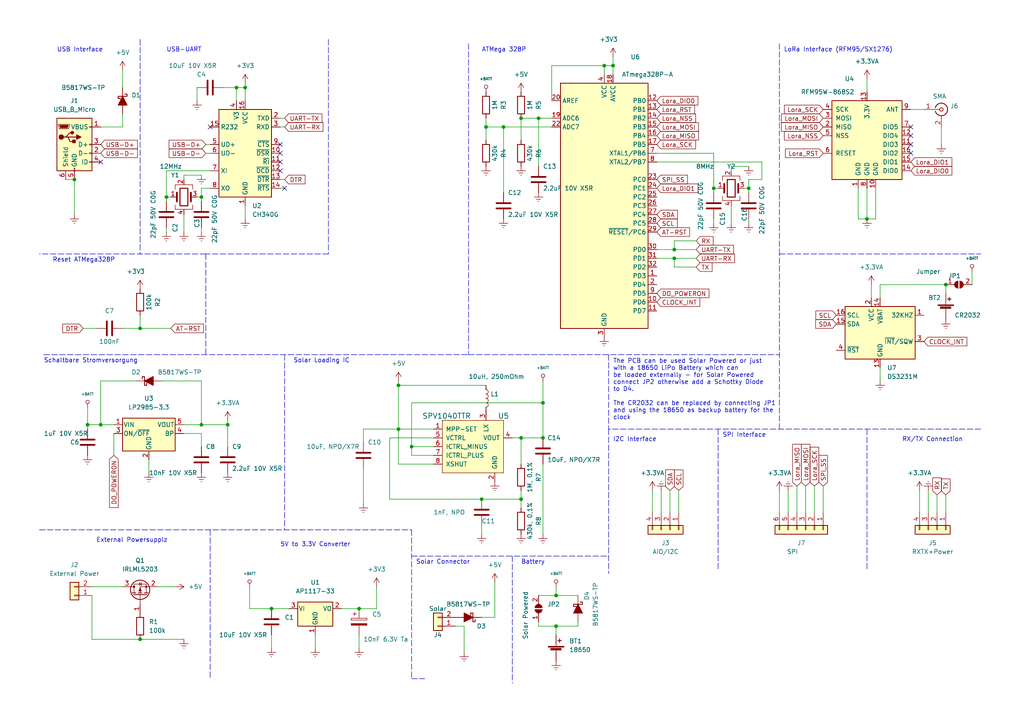
<source format=kicad_sch>
(kicad_sch (version 20211123) (generator eeschema)
  (paper "A4")
  (title_block (title "ATMega-Solar-Lora-Node") (date "2022-05-20") (rev "0") (company "-") (comment 1 "(c) Patrick Winnertz <patrick@winnertz.eu>"))
  (junction (at 119.38 129.54))
  (junction (at 151.13 127))
  (junction (at 48.26 57.15))
  (junction (at 251.46 63.5))
  (junction (at 29.21 123.19))
  (junction (at 151.13 144.78))
  (junction (at 156.21 34.29))
  (junction (at 71.12 25.4))
  (junction (at 157.48 116.84))
  (junction (at 195.58 72.39))
  (junction (at 21.59 52.07))
  (junction (at 217.17 54.61))
  (junction (at 115.57 111.76))
  (junction (at 274.32 82.55))
  (junction (at 58.42 123.19))
  (junction (at 78.74 176.53))
  (junction (at 195.58 74.93))
  (junction (at 104.14 176.53))
  (junction (at 115.57 124.46))
  (junction (at 25.4 123.19))
  (junction (at 161.29 172.72))
  (junction (at 66.04 123.19))
  (junction (at 161.29 181.61))
  (junction (at 140.97 36.83))
  (junction (at 157.48 127))
  (junction (at 68.58 25.4))
  (junction (at 151.13 34.29))
  (junction (at 175.26 19.05))
  (junction (at 58.42 57.15))
  (junction (at 40.64 185.42))
  (junction (at 139.7 144.78))
  (junction (at 146.05 36.83))
  (junction (at 207.01 54.61))
  (junction (at 40.64 95.25))
  (junction (at 177.8 19.05))
  (no_connect (at 82.55 54.61))
  (no_connect (at 29.21 46.99))
  (no_connect (at 60.96 36.83))
  (no_connect (at 81.28 49.53))
  (no_connect (at 81.28 41.91))
  (no_connect (at 81.28 46.99))
  (no_connect (at 81.28 44.45))
  (no_connect (at 264.16 36.83))
  (no_connect (at 264.16 39.37))
  (no_connect (at 264.16 41.91))
  (no_connect (at 264.16 44.45))
  (polyline (pts (xy 59.69 73.66) (xy 59.69 102.87)))
  (wire (pts (xy 177.8 19.05) (xy 177.8 21.59)))
  (wire (pts (xy 266.7 142.24) (xy 266.7 148.59)))
  (wire (pts (xy 119.38 116.84) (xy 157.48 116.84)))
  (wire (pts (xy 58.42 54.61) (xy 58.42 57.15)))
  (wire (pts (xy 82.55 34.29) (xy 81.28 34.29)))
  (polyline (pts (xy 226.06 73.66) (xy 284.48 73.66)))
  (wire (pts (xy 254 54.61) (xy 254 63.5)))
  (wire (pts (xy 125.73 134.62) (xy 115.57 134.62)))
  (wire (pts (xy 151.13 34.29) (xy 156.21 34.29)))
  (wire (pts (xy 151.13 144.78) (xy 151.13 147.32)))
  (wire (pts (xy 251.46 22.86) (xy 251.46 26.67)))
  (wire (pts (xy 58.42 66.04) (xy 58.42 67.31)))
  (wire (pts (xy 40.64 95.25) (xy 49.53 95.25)))
  (wire (pts (xy 251.46 54.61) (xy 251.46 63.5)))
  (wire (pts (xy 175.26 19.05) (xy 177.8 19.05)))
  (wire (pts (xy 115.57 134.62) (xy 115.57 124.46)))
  (wire (pts (xy 157.48 116.84) (xy 157.48 127)))
  (wire (pts (xy 226.06 142.24) (xy 226.06 148.59)))
  (polyline (pts (xy 119.38 153.67) (xy 119.38 196.85)))
  (wire (pts (xy 43.18 133.35) (xy 43.18 137.16)))
  (wire (pts (xy 167.64 172.72) (xy 161.29 172.72)))
  (polyline (pts (xy 95.25 73.66) (xy 59.69 73.66)))
  (wire (pts (xy 57.15 25.4) (xy 57.15 29.21)))
  (wire (pts (xy 161.29 170.18) (xy 161.29 172.72)))
  (wire (pts (xy 25.4 118.11) (xy 25.4 123.19)))
  (wire (pts (xy 139.7 179.07) (xy 143.51 179.07)))
  (wire (pts (xy 71.12 24.13) (xy 71.12 25.4)))
  (wire (pts (xy 248.92 54.61) (xy 248.92 63.5)))
  (wire (pts (xy 151.13 127) (xy 157.48 127)))
  (wire (pts (xy 212.09 59.69) (xy 212.09 64.77)))
  (wire (pts (xy 29.21 110.49) (xy 29.21 123.19)))
  (polyline (pts (xy 176.53 124.46) (xy 176.53 166.37)))
  (wire (pts (xy 99.06 176.53) (xy 104.14 176.53)))
  (wire (pts (xy 82.55 36.83) (xy 81.28 36.83)))
  (wire (pts (xy 212.09 49.53) (xy 212.09 48.26)))
  (wire (pts (xy 58.42 123.19) (xy 66.04 123.19)))
  (wire (pts (xy 220.98 52.07) (xy 220.98 46.99)))
  (wire (pts (xy 29.21 36.83) (xy 35.56 36.83)))
  (polyline (pts (xy 95.25 11.43) (xy 95.25 73.66)))
  (wire (pts (xy 212.09 48.26) (xy 217.17 48.26)))
  (wire (pts (xy 140.97 36.83) (xy 146.05 36.83)))
  (wire (pts (xy 60.96 54.61) (xy 58.42 54.61)))
  (wire (pts (xy 217.17 63.5) (xy 217.17 64.77)))
  (wire (pts (xy 207.01 54.61) (xy 207.01 55.88)))
  (wire (pts (xy 91.44 184.15) (xy 91.44 187.96)))
  (wire (pts (xy 71.12 59.69) (xy 71.12 63.5)))
  (wire (pts (xy 119.38 116.84) (xy 119.38 129.54)))
  (wire (pts (xy 201.93 69.85) (xy 195.58 69.85)))
  (wire (pts (xy 151.13 127) (xy 151.13 134.62)))
  (wire (pts (xy 195.58 74.93) (xy 190.5 74.93)))
  (wire (pts (xy 140.97 36.83) (xy 140.97 40.64)))
  (wire (pts (xy 157.48 154.94) (xy 157.48 134.62)))
  (polyline (pts (xy 60.96 153.67) (xy 60.96 196.85)))
  (wire (pts (xy 109.22 176.53) (xy 109.22 170.18)))
  (polyline (pts (xy 40.64 11.43) (xy 40.64 73.66)))
  (wire (pts (xy 125.73 129.54) (xy 119.38 129.54)))
  (wire (pts (xy 134.62 181.61) (xy 134.62 189.23)))
  (wire (pts (xy 151.13 34.29) (xy 151.13 40.64)))
  (wire (pts (xy 39.37 110.49) (xy 29.21 110.49)))
  (wire (pts (xy 71.12 25.4) (xy 68.58 25.4)))
  (wire (pts (xy 195.58 69.85) (xy 195.58 72.39)))
  (wire (pts (xy 48.26 57.15) (xy 48.26 58.42)))
  (wire (pts (xy 66.04 121.92) (xy 66.04 123.19)))
  (wire (pts (xy 264.16 31.75) (xy 267.97 31.75)))
  (wire (pts (xy 71.12 25.4) (xy 71.12 29.21)))
  (wire (pts (xy 40.64 95.25) (xy 40.64 91.44)))
  (wire (pts (xy 156.21 181.61) (xy 161.29 181.61)))
  (wire (pts (xy 35.56 20.32) (xy 35.56 25.4)))
  (wire (pts (xy 35.56 95.25) (xy 40.64 95.25)))
  (wire (pts (xy 72.39 170.18) (xy 72.39 176.53)))
  (wire (pts (xy 59.69 41.91) (xy 60.96 41.91)))
  (wire (pts (xy 33.02 125.73) (xy 33.02 132.08)))
  (wire (pts (xy 143.51 179.07) (xy 143.51 168.91)))
  (polyline (pts (xy 226.06 124.46) (xy 226.06 73.66)))
  (wire (pts (xy 208.28 54.61) (xy 207.01 54.61)))
  (wire (pts (xy 21.59 52.07) (xy 21.59 62.23)))
  (wire (pts (xy 58.42 123.19) (xy 58.42 110.49)))
  (polyline (pts (xy 135.89 102.87) (xy 226.06 102.87)))
  (wire (pts (xy 66.04 123.19) (xy 66.04 129.54)))
  (wire (pts (xy 156.21 34.29) (xy 160.02 34.29)))
  (wire (pts (xy 25.4 123.19) (xy 25.4 124.46)))
  (wire (pts (xy 148.59 127) (xy 151.13 127)))
  (wire (pts (xy 160.02 19.05) (xy 175.26 19.05)))
  (wire (pts (xy 78.74 176.53) (xy 83.82 176.53)))
  (wire (pts (xy 274.32 85.09) (xy 274.32 82.55)))
  (wire (pts (xy 248.92 63.5) (xy 251.46 63.5)))
  (wire (pts (xy 139.7 144.78) (xy 113.03 144.78)))
  (wire (pts (xy 196.85 142.24) (xy 196.85 148.59)))
  (wire (pts (xy 57.15 57.15) (xy 58.42 57.15)))
  (wire (pts (xy 255.27 82.55) (xy 255.27 86.36)))
  (wire (pts (xy 160.02 29.21) (xy 160.02 19.05)))
  (wire (pts (xy 191.77 142.24) (xy 191.77 148.59)))
  (wire (pts (xy 217.17 52.07) (xy 217.17 54.61)))
  (wire (pts (xy 35.56 36.83) (xy 35.56 33.02)))
  (wire (pts (xy 48.26 66.04) (xy 48.26 67.31)))
  (wire (pts (xy 68.58 25.4) (xy 68.58 29.21)))
  (wire (pts (xy 201.93 74.93) (xy 195.58 74.93)))
  (wire (pts (xy 24.13 95.25) (xy 27.94 95.25)))
  (wire (pts (xy 252.73 82.55) (xy 252.73 86.36)))
  (wire (pts (xy 26.67 185.42) (xy 40.64 185.42)))
  (wire (pts (xy 201.93 72.39) (xy 195.58 72.39)))
  (wire (pts (xy 157.48 110.49) (xy 157.48 116.84)))
  (wire (pts (xy 274.32 143.51) (xy 274.32 148.59)))
  (wire (pts (xy 104.14 184.15) (xy 104.14 187.96)))
  (wire (pts (xy 156.21 180.34) (xy 156.21 181.61)))
  (wire (pts (xy 115.57 124.46) (xy 125.73 124.46)))
  (wire (pts (xy 231.14 140.97) (xy 231.14 148.59)))
  (wire (pts (xy 269.24 142.24) (xy 269.24 148.59)))
  (wire (pts (xy 132.08 181.61) (xy 134.62 181.61)))
  (wire (pts (xy 207.01 44.45) (xy 207.01 54.61)))
  (wire (pts (xy 167.64 180.34) (xy 167.64 181.61)))
  (wire (pts (xy 215.9 54.61) (xy 217.17 54.61)))
  (wire (pts (xy 273.05 36.83) (xy 273.05 41.91)))
  (wire (pts (xy 151.13 142.24) (xy 151.13 144.78)))
  (polyline (pts (xy 208.28 124.46) (xy 208.28 165.1)))
  (wire (pts (xy 255.27 106.68) (xy 255.27 110.49)))
  (wire (pts (xy 53.34 52.07) (xy 53.34 50.8)))
  (wire (pts (xy 146.05 36.83) (xy 160.02 36.83)))
  (wire (pts (xy 26.67 172.72) (xy 26.67 185.42)))
  (polyline (pts (xy 148.59 161.29) (xy 148.59 198.12)))
  (wire (pts (xy 53.34 123.19) (xy 58.42 123.19)))
  (wire (pts (xy 115.57 111.76) (xy 140.97 111.76)))
  (wire (pts (xy 161.29 181.61) (xy 161.29 184.15)))
  (wire (pts (xy 64.77 25.4) (xy 68.58 25.4)))
  (wire (pts (xy 19.05 52.07) (xy 21.59 52.07)))
  (polyline (pts (xy 135.89 12.7) (xy 135.89 102.87)))
  (wire (pts (xy 195.58 77.47) (xy 195.58 74.93)))
  (wire (pts (xy 29.21 123.19) (xy 33.02 123.19)))
  (wire (pts (xy 49.53 57.15) (xy 48.26 57.15)))
  (polyline (pts (xy 284.48 124.46) (xy 176.53 124.46)))
  (wire (pts (xy 217.17 55.88) (xy 217.17 54.61)))
  (wire (pts (xy 228.6 142.24) (xy 228.6 148.59)))
  (polyline (pts (xy 12.7 102.87) (xy 135.89 102.87)))
  (wire (pts (xy 281.94 78.74) (xy 281.94 82.55)))
  (wire (pts (xy 78.74 184.15) (xy 78.74 187.96)))
  (wire (pts (xy 105.41 135.89) (xy 105.41 146.05)))
  (polyline (pts (xy 251.46 124.46) (xy 251.46 165.1)))
  (wire (pts (xy 53.34 50.8) (xy 58.42 50.8)))
  (wire (pts (xy 254 63.5) (xy 251.46 63.5)))
  (wire (pts (xy 189.23 142.24) (xy 189.23 148.59)))
  (wire (pts (xy 113.03 127) (xy 125.73 127)))
  (wire (pts (xy 207.01 63.5) (xy 207.01 64.77)))
  (wire (pts (xy 104.14 176.53) (xy 109.22 176.53)))
  (polyline (pts (xy 82.55 102.87) (xy 82.55 153.67)))
  (wire (pts (xy 119.38 129.54) (xy 119.38 132.08)))
  (polyline (pts (xy 119.38 196.85) (xy 123.19 196.85)))
  (wire (pts (xy 82.55 54.61) (xy 81.28 54.61)))
  (wire (pts (xy 115.57 111.76) (xy 115.57 124.46)))
  (wire (pts (xy 156.21 172.72) (xy 161.29 172.72)))
  (wire (pts (xy 220.98 46.99) (xy 190.5 46.99)))
  (wire (pts (xy 217.17 52.07) (xy 220.98 52.07)))
  (wire (pts (xy 53.34 125.73) (xy 58.42 125.73)))
  (wire (pts (xy 113.03 144.78) (xy 113.03 127)))
  (wire (pts (xy 207.01 44.45) (xy 190.5 44.45)))
  (wire (pts (xy 156.21 34.29) (xy 156.21 48.26)))
  (polyline (pts (xy 176.53 102.87) (xy 176.53 124.46)))
  (wire (pts (xy 60.96 49.53) (xy 48.26 49.53)))
  (wire (pts (xy 53.34 62.23) (xy 53.34 67.31)))
  (wire (pts (xy 72.39 176.53) (xy 78.74 176.53)))
  (wire (pts (xy 26.67 170.18) (xy 35.56 170.18)))
  (wire (pts (xy 40.64 185.42) (xy 53.34 185.42)))
  (wire (pts (xy 115.57 110.49) (xy 115.57 111.76)))
  (wire (pts (xy 139.7 154.94) (xy 139.7 152.4)))
  (wire (pts (xy 25.4 123.19) (xy 29.21 123.19)))
  (wire (pts (xy 105.41 124.46) (xy 105.41 128.27)))
  (wire (pts (xy 167.64 181.61) (xy 161.29 181.61)))
  (wire (pts (xy 175.26 21.59) (xy 175.26 19.05)))
  (wire (pts (xy 119.38 132.08) (xy 125.73 132.08)))
  (wire (pts (xy 151.13 144.78) (xy 139.7 144.78)))
  (wire (pts (xy 115.57 124.46) (xy 105.41 124.46)))
  (wire (pts (xy 58.42 58.42) (xy 58.42 57.15)))
  (wire (pts (xy 274.32 82.55) (xy 255.27 82.55)))
  (polyline (pts (xy 119.38 161.29) (xy 176.53 161.29)))
  (wire (pts (xy 140.97 34.29) (xy 140.97 36.83)))
  (wire (pts (xy 45.72 170.18) (xy 50.8 170.18)))
  (wire (pts (xy 201.93 77.47) (xy 195.58 77.47)))
  (polyline (pts (xy 59.69 73.66) (xy 11.43 73.66)))
  (polyline (pts (xy 226.06 12.7) (xy 226.06 73.66)))
  (wire (pts (xy 194.31 142.24) (xy 194.31 148.59)))
  (wire (pts (xy 233.68 140.97) (xy 233.68 148.59)))
  (polyline (pts (xy 11.43 153.67) (xy 119.38 153.67)))
  (wire (pts (xy 58.42 125.73) (xy 58.42 129.54)))
  (wire (pts (xy 271.78 143.51) (xy 271.78 148.59)))
  (wire (pts (xy 59.69 44.45) (xy 60.96 44.45)))
  (wire (pts (xy 58.42 110.49) (xy 46.99 110.49)))
  (wire (pts (xy 236.22 140.97) (xy 236.22 148.59)))
  (wire (pts (xy 195.58 72.39) (xy 190.5 72.39)))
  (wire (pts (xy 82.55 52.07) (xy 81.28 52.07)))
  (wire (pts (xy 238.76 140.97) (xy 238.76 148.59)))
  (wire (pts (xy 177.8 16.51) (xy 177.8 19.05)))
  (wire (pts (xy 146.05 36.83) (xy 146.05 55.88)))
  (wire (pts (xy 48.26 49.53) (xy 48.26 57.15)))
  (image (at 408.94 64.77) (scale 1.36222))
  (text "USB-UART" (at 48.26 15.24 0) (effects (font (size 1.27 1.27)) (justify left bottom)))
  (text "The PCB can be used Solar Powered or just\nwith a 18650 LiPo Battery which can \nbe loaded externally - for Solar Powered \nconnect JP2 otherwise add a Schottky Diode\nto D4. \n\nThe CR2032 can be replaced by connecting JP1\nand using the 18650 as backup battery for the\nclock" (at 177.8 121.92 0) (effects (font (size 1.27 1.27)) (justify left bottom)))
  (text "Battery" (at 151.13 163.83 0) (effects (font (size 1.27 1.27)) (justify left bottom)))
  (text "5V to 3.3V Converter" (at 81.28 158.75 0) (effects (font (size 1.27 1.27)) (justify left bottom)))
  (text "ATMega 328P" (at 139.7 15.24 0) (effects (font (size 1.27 1.27)) (justify left bottom)))
  (text "Reset ATMega328P" (at 15.24 76.2 0) (effects (font (size 1.27 1.27)) (justify left bottom)))
  (text "RX/TX Connection" (at 261.62 128.27 0) (effects (font (size 1.27 1.27)) (justify left bottom)))
  (text "Solar Loading IC\n" (at 85.09 105.41 0) (effects (font (size 1.27 1.27)) (justify left bottom)))
  (text "USB Interface" (at 16.51 15.24 0) (effects (font (size 1.27 1.27)) (justify left bottom)))
  (text "I2C Interface" (at 177.8 128.27 0) (effects (font (size 1.27 1.27)) (justify left bottom)))
  (text "Schaltbare Stromversorgung" (at 12.7 105.41 0) (effects (font (size 1.27 1.27)) (justify left bottom)))
  (text "LoRa Interface (RFM95/SX1276)" (at 227.33 15.24 0) (effects (font (size 1.27 1.27)) (justify left bottom)))
  (text "External Powersupplz" (at 27.94 157.48 0) (effects (font (size 1.27 1.27)) (justify left bottom)))
  (text "SPI Interface" (at 209.55 127 0) (effects (font (size 1.27 1.27)) (justify left bottom)))
  (text "Solar Connector" (at 120.65 163.83 0) (effects (font (size 1.27 1.27)) (justify left bottom)))
  (global_label "SPI_SS" (shape input) (at 238.76 140.97 90) (property "Intersheet References" "${INTERSHEET_REFS}" (effects hide)))
  (global_label "Lora_DIO0" (shape input) (at 190.5 29.21 0) (property "Intersheet References" "${INTERSHEET_REFS}" (effects hide)))
  (global_label "Lora_MISO" (shape input) (at 238.76 36.83 180) (property "Intersheet References" "${INTERSHEET_REFS}" (effects hide)))
  (global_label "Lora_DIO1" (shape input) (at 264.16 46.99 0) (property "Intersheet References" "${INTERSHEET_REFS}" (effects hide)))
  (global_label "CLOCK_INT" (shape input) (at 190.5 87.63 0) (property "Intersheet References" "${INTERSHEET_REFS}" (effects hide)))
  (global_label "USB-D+" (shape input) (at 59.69 41.91 180) (property "Intersheet References" "${INTERSHEET_REFS}" (effects hide)))
  (global_label "UART-TX" (shape input) (at 201.93 72.39 0) (property "Intersheet References" "${INTERSHEET_REFS}" (effects hide)))
  (global_label "Lora_SCK" (shape input) (at 190.5 41.91 0) (property "Intersheet References" "${INTERSHEET_REFS}" (effects hide)))
  (global_label "USB-D-" (shape input) (at 59.69 44.45 180) (property "Intersheet References" "${INTERSHEET_REFS}" (effects hide)))
  (global_label "UART-TX" (shape input) (at 82.55 34.29 0) (property "Intersheet References" "${INTERSHEET_REFS}" (effects hide)))
  (global_label "Lora_SCK" (shape input) (at 236.22 140.97 90) (property "Intersheet References" "${INTERSHEET_REFS}" (effects hide)))
  (global_label "DTR" (shape input) (at 82.55 52.07 0) (property "Intersheet References" "${INTERSHEET_REFS}" (effects hide)))
  (global_label "DO_POWERON" (shape input) (at 190.5 85.09 0) (property "Intersheet References" "${INTERSHEET_REFS}" (effects hide)))
  (global_label "UART-RX" (shape input) (at 201.93 74.93 0) (property "Intersheet References" "${INTERSHEET_REFS}" (effects hide)))
  (global_label "DO_POWERON" (shape input) (at 33.02 132.08 270) (property "Intersheet References" "${INTERSHEET_REFS}" (effects hide)))
  (global_label "Lora_RST" (shape input) (at 238.76 44.45 180) (property "Intersheet References" "${INTERSHEET_REFS}" (effects hide)))
  (global_label "TX" (shape input) (at 274.32 143.51 90) (property "Intersheet References" "${INTERSHEET_REFS}" (effects hide)))
  (global_label "SCL" (shape input) (at 196.85 142.24 90) (property "Intersheet References" "${INTERSHEET_REFS}" (effects hide)))
  (global_label "AT-RST" (shape input) (at 190.5 67.31 0) (property "Intersheet References" "${INTERSHEET_REFS}" (effects hide)))
  (global_label "SDA" (shape input) (at 190.5 62.23 0) (property "Intersheet References" "${INTERSHEET_REFS}" (effects hide)))
  (global_label "Lora_SCK" (shape input) (at 238.76 31.75 180) (property "Intersheet References" "${INTERSHEET_REFS}" (effects hide)))
  (global_label "Lora_DIO0" (shape input) (at 264.16 49.53 0) (property "Intersheet References" "${INTERSHEET_REFS}" (effects hide)))
  (global_label "Lora_NSS" (shape input) (at 238.76 39.37 180) (property "Intersheet References" "${INTERSHEET_REFS}" (effects hide)))
  (global_label "DTR" (shape input) (at 24.13 95.25 180) (property "Intersheet References" "${INTERSHEET_REFS}" (effects hide)))
  (global_label "Lora_MOSI" (shape input) (at 233.68 140.97 90) (property "Intersheet References" "${INTERSHEET_REFS}" (effects hide)))
  (global_label "Lora_RST" (shape input) (at 190.5 31.75 0) (property "Intersheet References" "${INTERSHEET_REFS}" (effects hide)))
  (global_label "RX" (shape input) (at 271.78 143.51 90) (property "Intersheet References" "${INTERSHEET_REFS}" (effects hide)))
  (global_label "UART-RX" (shape input) (at 82.55 36.83 0) (property "Intersheet References" "${INTERSHEET_REFS}" (effects hide)))
  (global_label "SCL" (shape input) (at 242.57 91.44 180) (property "Intersheet References" "${INTERSHEET_REFS}" (effects hide)))
  (global_label "Lora_MOSI" (shape input) (at 238.76 34.29 180) (property "Intersheet References" "${INTERSHEET_REFS}" (effects hide)))
  (global_label "CLOCK_INT" (shape input) (at 267.97 99.06 0) (property "Intersheet References" "${INTERSHEET_REFS}" (effects hide)))
  (global_label "Lora_MOSI" (shape input) (at 190.5 36.83 0) (property "Intersheet References" "${INTERSHEET_REFS}" (effects hide)))
  (global_label "SCL" (shape input) (at 190.5 64.77 0) (property "Intersheet References" "${INTERSHEET_REFS}" (effects hide)))
  (global_label "SPI_SS" (shape input) (at 190.5 52.07 0) (property "Intersheet References" "${INTERSHEET_REFS}" (effects hide)))
  (global_label "TX" (shape input) (at 201.93 77.47 0) (property "Intersheet References" "${INTERSHEET_REFS}" (effects hide)))
  (global_label "Lora_MISO" (shape input) (at 190.5 39.37 0) (property "Intersheet References" "${INTERSHEET_REFS}" (effects hide)))
  (global_label "USB-D-" (shape input) (at 29.21 44.45 0) (property "Intersheet References" "${INTERSHEET_REFS}" (effects hide)))
  (global_label "Lora_DIO1" (shape input) (at 190.5 54.61 0) (property "Intersheet References" "${INTERSHEET_REFS}" (effects hide)))
  (global_label "RX" (shape input) (at 201.93 69.85 0) (property "Intersheet References" "${INTERSHEET_REFS}" (effects hide)))
  (global_label "Lora_NSS" (shape input) (at 190.5 34.29 0) (property "Intersheet References" "${INTERSHEET_REFS}" (effects hide)))
  (global_label "Lora_MISO" (shape input) (at 231.14 140.97 90) (property "Intersheet References" "${INTERSHEET_REFS}" (effects hide)))
  (global_label "AT-RST" (shape input) (at 49.53 95.25 0) (property "Intersheet References" "${INTERSHEET_REFS}" (effects hide)))
  (global_label "SDA" (shape input) (at 194.31 142.24 90) (property "Intersheet References" "${INTERSHEET_REFS}" (effects hide)))
  (global_label "SDA" (shape input) (at 242.57 93.98 180) (property "Intersheet References" "${INTERSHEET_REFS}" (effects hide)))
  (global_label "USB-D+" (shape input) (at 29.21 41.91 0) (property "Intersheet References" "${INTERSHEET_REFS}" (effects hide)))
  (symbol (lib_id "RF_Module:RFM95W-868S2") (at 251.46 39.37 0) (unit 1)
    (property "Reference" "U4" (at 246.38 22.86 0))
    (property "Value" "RFM95W-868S2" (at 240.03 26.67 0))
    (property "Footprint" "RF_Module:HOPERF_RFM9XW_SMD" (effects hide))
    (property "Datasheet" "https://www.hoperf.com/data/upload/portal/20181127/5bfcbea20e9ef.pdf" (effects hide))
    (property "LCSC-Part" "C2844473" (effects hide))
  )
  (symbol (lib_id "power:Earth") (at 251.46 63.5 0) (unit 1)
    (property "Reference" "#PWR023" (effects hide))
    (property "Value" "Earth" (effects hide))
  )
  (symbol (lib_id "power:Earth") (at 273.05 41.91 0) (unit 1)
    (property "Reference" "#PWR026" (effects hide))
    (property "Value" "Earth" (effects hide))
  )
  (symbol (lib_id "power:Earth") (at 212.09 64.77 0) (unit 1)
    (property "Reference" "#PWR0113" (effects hide))
    (property "Value" "Earth" (effects hide))
  )
  (symbol (lib_id "tech-thing:+BATT") (at 161.29 170.18 0) (unit 1)
    (property "Reference" "#PWR0120" (effects hide))
    (property "Value" "+BATT" (at 161.29 166.37 0) (effects (font (size 0.762 0.762))))
  )
  (symbol (lib_id "power:+3.3V") (at 109.22 170.18 0) (unit 1)
    (property "Reference" "#PWR014" (effects hide))
    (property "Value" "+3.3V" (at 109.22 165.1 0))
  )
  (symbol (lib_id "power:Earth") (at 71.12 63.5 0) (unit 1)
    (property "Reference" "#PWR013" (effects hide))
    (property "Value" "Earth" (effects hide))
  )
  (symbol (lib_id "tech-thing:+BATT") (at 157.48 110.49 0) (unit 1)
    (property "Reference" "#PWR0115" (effects hide))
    (property "Value" "+BATT" (at 157.48 106.68 0) (effects (font (size 0.762 0.762))))
  )
  (symbol (lib_id "power:Earth") (at 151.13 154.94 0) (unit 1)
    (property "Reference" "#PWR0116" (effects hide))
    (property "Value" "Earth" (effects hide))
  )
  (symbol (lib_id "Device:Battery_Cell") (at 274.32 90.17 0) (unit 1)
    (property "Reference" "BT2" (at 269.24 86.36 0) (effects (justify left)))
    (property "Value" "CR2032" (at 276.86 91.44 0) (effects (justify left)))
    (property "Footprint" "Battery:Battery_Panasonic_CR2032-VS1N_Vertical_CircularHoles" (effects hide))
  )
  (symbol (lib_id "Device:C") (at 157.48 130.81 0) (unit 1)
    (property "Reference" "C14" (at 158.75 127 0) (effects (justify left)))
    (property "Value" "10uF, NPO/X7R" (at 158.75 133.35 0) (effects (justify left)))
    (property "Footprint" "Capacitor_SMD:C_0603_1608Metric_Pad1.08x0.95mm_HandSolder" (effects hide))
    (property "Datasheet" "https://datasheet.lcsc.com/lcsc/1810191219_Samsung-Electro-Mechanics-CL10A106KP8NNNC_C19702.pdf" (effects hide))
    (property "LCSC-Part" "C19702" (effects hide))
  )
  (symbol (lib_id "power:Earth") (at 157.48 154.94 0) (unit 1)
    (property "Reference" "#PWR0117" (effects hide))
    (property "Value" "Earth" (effects hide))
  )
  (symbol (lib_id "power:Earth") (at 143.51 139.7 0) (unit 1)
    (property "Reference" "#PWR0118" (effects hide))
    (property "Value" "Earth" (effects hide))
  )
  (symbol (lib_id "Device:C") (at 139.7 148.59 0) (unit 1)
    (property "Reference" "C11" (at 139.7 151.13 0) (effects (justify left)))
    (property "Value" "1nF, NPO" (at 125.73 148.59 0) (effects (justify left)))
    (property "Footprint" "Capacitor_SMD:C_0603_1608Metric_Pad1.08x0.95mm_HandSolder" (effects hide))
    (property "Datasheet" "https://datasheet.lcsc.com/lcsc/1810191219_Samsung-Electro-Mechanics-CL10A106KP8NNNC_C19702.pdf" (effects hide))
    (property "LCSC-Part" "C19702" (effects hide))
  )
  (symbol (lib_id "Device:C") (at 25.4 128.27 0) (unit 1)
    (property "Reference" "C6" (at 20.32 128.27 0) (effects (justify left)))
    (property "Value" "1uF 10V X5R" (at 12.7 125.73 0) (effects (justify left)))
    (property "Footprint" "Capacitor_SMD:C_0603_1608Metric_Pad1.08x0.95mm_HandSolder" (effects hide))
    (property "Datasheet" "https://datasheet.lcsc.com/lcsc/1810191219_Samsung-Electro-Mechanics-CL10A106KP8NNNC_C19702.pdf" (effects hide))
    (property "LCSC-Part" "C19702" (effects hide))
  )
  (symbol (lib_id "power:Earth") (at 104.14 187.96 0) (unit 1)
    (property "Reference" "#PWR011" (effects hide))
    (property "Value" "Earth" (effects hide))
  )
  (symbol (lib_id "power:Earth") (at 48.26 67.31 0) (unit 1)
    (property "Reference" "#PWR07" (effects hide))
    (property "Value" "Earth" (effects hide))
  )
  (symbol (lib_id "power:Earth") (at 175.26 97.79 0) (unit 1)
    (property "Reference" "#PWR017" (effects hide))
    (property "Value" "Earth" (effects hide))
  )
  (symbol (lib_id "Device:R") (at 151.13 44.45 0) (unit 1)
    (property "Reference" "R6" (at 156.21 44.45 90))
    (property "Value" "430k" (at 153.67 44.45 90))
    (property "Footprint" "Resistor_SMD:R_1206_3216Metric_Pad1.30x1.75mm_HandSolder" (effects hide))
    (property "LCSC-Part" "C17902" (effects hide))
  )
  (symbol (lib_id "Regulator_Linear:AP1117-33") (at 91.44 176.53 0) (unit 1)
    (property "Reference" "U1" (at 91.44 168.91 0))
    (property "Value" "AP1117-33" (at 91.44 171.45 0))
    (property "Footprint" "Package_TO_SOT_SMD:SOT-223-3_TabPin2" (effects hide))
    (property "Datasheet" "http://www.diodes.com/datasheets/AP1117.pdf" (effects hide))
    (property "LCSC-Part" "C108785 " (effects hide))
  )
  (symbol (lib_id "tech-thing:+BATT") (at 281.94 78.74 0) (unit 1)
    (property "Reference" "#PWR0103" (effects hide))
    (property "Value" "+BATT" (at 281.94 74.93 0) (effects (font (size 0.762 0.762))))
  )
  (symbol (lib_id "power:+3.3VA") (at 66.04 121.92 0) (unit 1)
    (property "Reference" "#PWR0140" (effects hide))
    (property "Value" "+3.3VA" (at 66.04 116.84 0))
  )
  (symbol (lib_id "Jumper:SolderJumper_2_Open") (at 278.13 82.55 0) (unit 1)
    (property "Reference" "JP1" (at 276.86 80.01 0))
    (property "Value" "Jumper" (at 269.24 78.74 0))
    (property "Footprint" "Jumper:SolderJumper-2_P1.3mm_Open_RoundedPad1.0x1.5mm" (effects hide))
  )
  (symbol (lib_id "power:Earth") (at 191.77 142.24 180) (unit 1)
    (property "Reference" "#PWR019" (effects hide))
    (property "Value" "Earth" (effects hide))
  )
  (symbol (lib_id "power:Earth") (at 134.62 189.23 0) (unit 1)
    (property "Reference" "#PWR0130" (effects hide))
    (property "Value" "Earth" (effects hide))
  )
  (symbol (lib_id "Device:C") (at 105.41 132.08 0) (unit 1)
    (property "Reference" "C10" (at 106.68 128.27 0) (effects (justify left)))
    (property "Value" "10uF, NPO/X7R" (at 88.9 129.54 0) (effects (justify left)))
    (property "Footprint" "Capacitor_SMD:C_0603_1608Metric_Pad1.08x0.95mm_HandSolder" (effects hide))
    (property "Datasheet" "https://datasheet.lcsc.com/lcsc/1810191219_Samsung-Electro-Mechanics-CL10A106KP8NNNC_C19702.pdf" (effects hide))
    (property "LCSC-Part" "C19702" (effects hide))
  )
  (symbol (lib_id "power:Earth") (at 156.21 55.88 0) (unit 1)
    (property "Reference" "#PWR0124" (effects hide))
    (property "Value" "Earth" (effects hide))
  )
  (symbol (lib_id "power:Earth") (at 161.29 191.77 0) (unit 1)
    (property "Reference" "#PWR0119" (effects hide))
    (property "Value" "Earth" (effects hide))
  )
  (symbol (lib_id "Jumper:SolderJumper_2_Open") (at 156.21 176.53 90) (unit 1)
    (property "Reference" "JP2" (at 158.75 175.2599 90) (effects (justify right)))
    (property "Value" "Solar Powered" (at 152.4 171.45 0) (effects (justify right)))
    (property "Footprint" "Jumper:SolderJumper-2_P1.3mm_Open_Pad1.0x1.5mm" (effects hide))
  )
  (symbol (lib_id "power:+3.3VA") (at 189.23 142.24 0) (unit 1)
    (property "Reference" "#PWR0122" (effects hide))
    (property "Value" "+3.3VA" (at 189.23 137.16 0))
  )
  (symbol (lib_id "power:+3.3VA") (at 252.73 82.55 0) (unit 1)
    (property "Reference" "#PWR0104" (effects hide))
    (property "Value" "+3.3VA" (at 252.73 77.47 0))
  )
  (symbol (lib_id "power:Earth") (at 58.42 137.16 0) (unit 1)
    (property "Reference" "#PWR0135" (effects hide))
    (property "Value" "Earth" (effects hide))
  )
  (symbol (lib_id "tech-thing:+BATT") (at 72.39 170.18 0) (unit 1)
    (property "Reference" "#PWR0128" (effects hide))
    (property "Value" "+BATT" (at 72.39 166.37 0) (effects (font (size 0.762 0.762))))
  )
  (symbol (lib_id "Device:C") (at 48.26 62.23 0) (unit 1)
    (property "Reference" "C2" (at 50.8 66.04 90))
    (property "Value" "22pF 50V C0G" (at 44.45 62.23 90))
    (property "Footprint" "Capacitor_SMD:C_0603_1608Metric_Pad1.08x0.95mm_HandSolder" (effects hide))
    (property "Datasheet" "https://datasheet.lcsc.com/lcsc/1810121815_Samsung-Electro-Mechanics-CL10C220JB8NNNC_C1653.pdf" (effects hide))
    (property "LCSC-Part" "C1653" (effects hide))
  )
  (symbol (lib_id "Regulator_Linear:LP2985-3.3") (at 43.18 125.73 0) (unit 1)
    (property "Reference" "U3" (at 43.18 115.57 0))
    (property "Value" "LP2985-3.3" (at 43.18 118.11 0))
    (property "Footprint" "Package_TO_SOT_SMD:SOT-23-5" (effects hide))
    (property "Datasheet" "http://www.ti.com/lit/ds/symlink/lp2985.pdf" (effects hide))
  )
  (symbol (lib_id "power:Earth") (at 25.4 132.08 0) (unit 1)
    (property "Reference" "#PWR0134" (effects hide))
    (property "Value" "Earth" (effects hide))
  )
  (symbol (lib_id "power:Earth") (at 58.42 67.31 0) (unit 1)
    (property "Reference" "#PWR010" (effects hide))
    (property "Value" "Earth" (effects hide))
  )
  (symbol (lib_id "Connector:USB_B_Micro") (at 21.59 41.91 0) (unit 1)
    (property "Reference" "J1" (at 21.59 29.21 0))
    (property "Value" "USB_B_Micro" (at 21.59 31.75 0))
    (property "Footprint" "Connector_USB:USB_Micro-B_Molex-105017-0001" (effects hide))
  )
  (symbol (lib_id "power:+3.3V") (at 177.8 16.51 0) (unit 1)
    (property "Reference" "#PWR016" (effects hide))
    (property "Value" "+3.3V" (at 176.53 11.43 0))
  )
  (symbol (lib_id "power:Earth") (at 255.27 110.49 0) (unit 1)
    (property "Reference" "#PWR0108" (effects hide))
    (property "Value" "Earth" (effects hide))
  )
  (symbol (lib_id "power:Earth") (at 217.17 64.77 0) (unit 1)
    (property "Reference" "#PWR0105" (effects hide))
    (property "Value" "Earth" (effects hide))
  )
  (symbol (lib_id "power:Earth") (at 228.6 142.24 180) (unit 1)
    (property "Reference" "#PWR0111" (effects hide))
    (property "Value" "Earth" (effects hide))
  )
  (symbol (lib_id "power:+5V") (at 143.51 168.91 0) (unit 1)
    (property "Reference" "#PWR0121" (effects hide))
    (property "Value" "+5V" (at 143.51 163.83 0))
  )
  (symbol (lib_id "Connector_Generic:Conn_01x06") (at 233.68 153.67 270) (unit 1)
    (property "Reference" "J7" (at 232.41 157.48 90))
    (property "Value" "SPI" (at 229.87 160.02 90))
    (property "Footprint" "Connector_JST:JST_XH_B6B-XH-A_1x06_P2.50mm_Vertical" (effects hide))
  )
  (symbol (lib_id "power:+5V") (at 115.57 110.49 0) (unit 1)
    (property "Reference" "#PWR0139" (effects hide))
    (property "Value" "+5V" (at 115.57 105.41 0))
  )
  (symbol (lib_id "tech-thing:+BATT") (at 25.4 118.11 0) (unit 1)
    (property "Reference" "#PWR0136" (effects hide))
    (property "Value" "+BATT" (at 25.4 114.3 0) (effects (font (size 0.762 0.762))))
  )
  (symbol (lib_id "power:+5V") (at 50.8 170.18 270) (unit 1)
    (property "Reference" "#PWR03" (effects hide))
    (property "Value" "+5V" (at 54.61 170.1799 90) (effects (justify left)))
  )
  (symbol (lib_id "Connector:Conn_Coaxial") (at 273.05 31.75 0) (unit 1)
    (property "Reference" "J6" (at 275.59 30.7731 0) (effects (justify left)))
    (property "Value" "SMA" (at 270.51 27.94 0) (effects (justify left)))
    (property "Footprint" "Connector_Coaxial:SMA_Amphenol_901-144_Vertical" (effects hide))
    (property "Datasheet" " ~" (effects hide))
  )
  (symbol (lib_id "Device:D_Schottky_Filled") (at 135.89 179.07 180) (unit 1)
    (property "Reference" "D3" (at 140.97 181.61 0) (effects (justify left)))
    (property "Value" "B5817WS-TP" (at 142.24 175.26 0) (effects (justify left)))
    (property "Footprint" "Diode_SMD:D_SOD-323_HandSoldering" (effects hide))
    (property "Datasheet" "https://www.mccsemi.com/pdf/Products/B5817WS-B5819WS(SOD-323).PDF" (effects hide))
    (property "LCSC-Part" "C123899" (effects hide))
  )
  (symbol (lib_id "Device:R") (at 40.64 181.61 180) (unit 1)
    (property "Reference" "R1" (at 43.18 180.3399 0) (effects (justify right)))
    (property "Value" "100k" (at 43.18 182.8799 0) (effects (justify right)))
    (property "Footprint" "Resistor_SMD:R_1206_3216Metric_Pad1.30x1.75mm_HandSolder" (effects hide))
    (property "LCSC-Part" "C2907421" (effects hide))
  )
  (symbol (lib_id "Connector_Generic:Conn_01x02") (at 127 181.61 180) (unit 1)
    (property "Reference" "J4" (at 127 184.15 0))
    (property "Value" "Solar" (at 127 176.53 0))
    (property "Footprint" "Connector_JST:JST_XH_B2B-XH-A_1x02_P2.50mm_Vertical" (effects hide))
  )
  (symbol (lib_id "Device:R") (at 151.13 138.43 0) (unit 1)
    (property "Reference" "R7" (at 156.21 138.43 90))
    (property "Value" "1M, 0.1%" (at 153.67 138.43 90))
    (property "Footprint" "Resistor_SMD:R_1206_3216Metric_Pad1.30x1.75mm_HandSolder" (effects hide))
    (property "LCSC-Part" "C17902" (effects hide))
  )
  (symbol (lib_id "Connector_Generic:Conn_01x04") (at 194.31 153.67 270) (unit 1)
    (property "Reference" "J3" (at 193.04 157.48 90))
    (property "Value" "AIO/I2C" (at 193.04 160.02 90))
    (property "Footprint" "Connector_JST:JST_XH_B4B-XH-A_1x04_P2.50mm_Vertical" (effects hide))
  )
  (symbol (lib_id "power:Earth") (at 78.74 187.96 0) (unit 1)
    (property "Reference" "#PWR06" (effects hide))
    (property "Value" "Earth" (effects hide))
  )
  (symbol (lib_id "power:Earth") (at 139.7 154.94 0) (unit 1)
    (property "Reference" "#PWR0137" (effects hide))
    (property "Value" "Earth" (effects hide))
  )
  (symbol (lib_id "power:Earth") (at 217.17 48.26 0) (unit 1)
    (property "Reference" "#PWR0106" (effects hide))
    (property "Value" "Earth" (effects hide))
  )
  (symbol (lib_id "Device:C") (at 78.74 180.34 0) (unit 1)
    (property "Reference" "C1" (at 82.55 179.0699 0) (effects (justify left)))
    (property "Value" "10uF 10V X5R" (at 63.5 184.15 0) (effects (justify left)))
    (property "Footprint" "Capacitor_SMD:C_0603_1608Metric_Pad1.08x0.95mm_HandSolder" (effects hide))
    (property "Datasheet" "https://datasheet.lcsc.com/lcsc/1810191219_Samsung-Electro-Mechanics-CL10A106KP8NNNC_C19702.pdf" (effects hide))
    (property "LCSC-Part" "C19702" (effects hide))
  )
  (symbol (lib_id "Device:R") (at 40.64 87.63 0) (unit 1)
    (property "Reference" "R2" (at 45.72 87.63 90))
    (property "Value" "100k" (at 43.18 87.63 90))
    (property "Footprint" "Resistor_SMD:R_1206_3216Metric_Pad1.30x1.75mm_HandSolder" (effects hide))
    (property "LCSC-Part" "C17902" (effects hide))
  )
  (symbol (lib_id "power:+5V") (at 151.13 26.67 0) (unit 1)
    (property "Reference" "#PWR0126" (effects hide))
    (property "Value" "+5V" (at 151.13 21.59 0))
  )
  (symbol (lib_id "power:Earth") (at 58.42 50.8 0) (unit 1)
    (property "Reference" "#PWR0102" (effects hide))
    (property "Value" "Earth" (effects hide))
  )
  (symbol (lib_id "power:Earth") (at 151.13 48.26 0) (unit 1)
    (property "Reference" "#PWR0125" (effects hide))
    (property "Value" "Earth" (effects hide))
  )
  (symbol (lib_id "Device:C") (at 58.42 62.23 0) (unit 1)
    (property "Reference" "C3" (at 57.15 64.77 90))
    (property "Value" "22pF 50V C0G" (at 62.23 63.5 90))
    (property "Footprint" "Capacitor_SMD:C_0603_1608Metric_Pad1.08x0.95mm_HandSolder" (effects hide))
    (property "Datasheet" "https://datasheet.lcsc.com/lcsc/1810121815_Samsung-Electro-Mechanics-CL10C220JB8NNNC_C1653.pdf" (effects hide))
    (property "LCSC-Part" "C1653" (effects hide))
  )
  (symbol (lib_id "Device:R") (at 151.13 151.13 0) (unit 1)
    (property "Reference" "R8" (at 156.21 151.13 90))
    (property "Value" "430k, 0,1%" (at 153.67 151.13 90))
    (property "Footprint" "Resistor_SMD:R_1206_3216Metric_Pad1.30x1.75mm_HandSolder" (effects hide))
    (property "LCSC-Part" "C17902" (effects hide))
  )
  (symbol (lib_id "Device:C") (at 66.04 133.35 0) (unit 1)
    (property "Reference" "C9" (at 67.31 129.54 0) (effects (justify left)))
    (property "Value" "2.2uF 10V X5R" (at 67.31 135.89 0) (effects (justify left)))
    (property "Footprint" "Capacitor_SMD:C_0603_1608Metric_Pad1.08x0.95mm_HandSolder" (effects hide))
    (property "Datasheet" "https://datasheet.lcsc.com/lcsc/1810191219_Samsung-Electro-Mechanics-CL10A106KP8NNNC_C19702.pdf" (effects hide))
    (property "LCSC-Part" "C19702" (effects hide))
  )
  (symbol (lib_id "Device:C") (at 146.05 59.69 0) (unit 1)
    (property "Reference" "C12" (at 147.32 55.88 0) (effects (justify left)))
    (property "Value" "2.2uF 10V X5R" (at 147.32 62.23 0) (effects (justify left)))
    (property "Footprint" "Capacitor_SMD:C_0603_1608Metric_Pad1.08x0.95mm_HandSolder" (effects hide))
    (property "Datasheet" "https://datasheet.lcsc.com/lcsc/1810191219_Samsung-Electro-Mechanics-CL10A106KP8NNNC_C19702.pdf" (effects hide))
    (property "LCSC-Part" "C19702" (effects hide))
  )
  (symbol (lib_id "tech-thing:+BATT") (at 140.97 26.67 0) (unit 1)
    (property "Reference" "#PWR0131" (effects hide))
    (property "Value" "+BATT" (at 140.97 22.86 0) (effects (font (size 0.762 0.762))))
  )
  (symbol (lib_id "Device:R") (at 151.13 30.48 0) (unit 1)
    (property "Reference" "R5" (at 156.21 30.48 90))
    (property "Value" "1M" (at 153.67 30.48 90))
    (property "Footprint" "Resistor_SMD:R_1206_3216Metric_Pad1.30x1.75mm_HandSolder" (effects hide))
    (property "LCSC-Part" "C17902" (effects hide))
  )
  (symbol (lib_id "power:+3.3VA") (at 251.46 22.86 0) (unit 1)
    (property "Reference" "#PWR0107" (effects hide))
    (property "Value" "+3.3VA" (at 251.46 17.78 0))
  )
  (symbol (lib_id "power:+3.3V") (at 40.64 83.82 0) (unit 1)
    (property "Reference" "#PWR0127" (effects hide))
    (property "Value" "+3.3V" (at 39.37 78.74 0))
  )
  (symbol (lib_id "power:Earth") (at 57.15 29.21 0) (unit 1)
    (property "Reference" "#PWR09" (effects hide))
    (property "Value" "Earth" (effects hide))
  )
  (symbol (lib_id "Interface_USB:CH340G") (at 71.12 44.45 0) (unit 1)
    (property "Reference" "U2" (at 73.1394 59.69 0) (effects (justify left)))
    (property "Value" "CH340G" (at 73.1394 62.23 0) (effects (justify left)))
    (property "Footprint" "Package_SO:SOIC-16_3.9x9.9mm_P1.27mm" (effects hide))
    (property "Datasheet" "http://www.datasheet5.com/pdf-local-2195953" (effects hide))
    (property "LCSC-Part" "C14267" (effects hide))
  )
  (symbol (lib_id "power:Earth") (at 91.44 187.96 0) (unit 1)
    (property "Reference" "#PWR08" (effects hide))
    (property "Value" "Earth" (effects hide))
  )
  (symbol (lib_id "MCU_Microchip_ATmega:ATmega328P-A") (at 175.26 59.69 0) (unit 1)
    (property "Reference" "U6" (at 182.88 16.51 0) (effects (justify left)))
    (property "Value" "ATmega328P-A" (at 180.34 21.59 0) (effects (justify left)))
    (property "Footprint" "Package_QFP:TQFP-32_7x7mm_P0.8mm" (effects hide))
    (property "Datasheet" "http://ww1.microchip.com/downloads/en/DeviceDoc/ATmega328_P%20AVR%20MCU%20with%20picoPower%20Technology%20Data%20Sheet%2040001984A.pdf" (effects hide))
  )
  (symbol (lib_id "power:+5V") (at 35.56 20.32 0) (unit 1)
    (property "Reference" "#PWR02" (effects hide))
    (property "Value" "+5V" (at 35.56 15.24 0))
  )
  (symbol (lib_id "power:Earth") (at 146.05 63.5 0) (unit 1)
    (property "Reference" "#PWR0123" (effects hide))
    (property "Value" "Earth" (effects hide))
  )
  (symbol (lib_id "Device:D_Schottky_Filled") (at 43.18 110.49 0) (unit 1)
    (property "Reference" "D2" (at 38.1 107.95 0) (effects (justify left)))
    (property "Value" "B5817WS-TP" (at 45.72 107.95 0) (effects (justify left)))
    (property "Footprint" "Diode_SMD:D_SOD-323_HandSoldering" (effects hide))
    (property "Datasheet" "https://www.mccsemi.com/pdf/Products/B5817WS-B5819WS(SOD-323).PDF" (effects hide))
    (property "LCSC-Part" "C123899" (effects hide))
  )
  (symbol (lib_id "power:+3.3VA") (at 226.06 142.24 0) (unit 1)
    (property "Reference" "#PWR0109" (effects hide))
    (property "Value" "+3.3VA" (at 226.06 137.16 0))
  )
  (symbol (lib_id "Device:C") (at 217.17 59.69 0) (unit 1)
    (property "Reference" "C16" (at 215.9 62.23 90))
    (property "Value" "22pF 50V C0G" (at 220.98 60.96 90))
    (property "Footprint" "Capacitor_SMD:C_0603_1608Metric_Pad1.08x0.95mm_HandSolder" (effects hide))
    (property "Datasheet" "https://datasheet.lcsc.com/lcsc/1810121815_Samsung-Electro-Mechanics-CL10C220JB8NNNC_C1653.pdf" (effects hide))
    (property "LCSC-Part" "C1653" (effects hide))
  )
  (symbol (lib_id "Device:R") (at 140.97 30.48 0) (unit 1)
    (property "Reference" "R3" (at 146.05 30.48 90))
    (property "Value" "1M" (at 143.51 30.48 90))
    (property "Footprint" "Resistor_SMD:R_1206_3216Metric_Pad1.30x1.75mm_HandSolder" (effects hide))
    (property "LCSC-Part" "C17902" (effects hide))
  )
  (symbol (lib_id "power:Earth") (at 43.18 137.16 0) (unit 1)
    (property "Reference" "#PWR0133" (effects hide))
    (property "Value" "Earth" (effects hide))
  )
  (symbol (lib_id "Device:Battery_Cell") (at 161.29 189.23 0) (unit 1)
    (property "Reference" "BT1" (at 165.1 185.9279 0) (effects (justify left)))
    (property "Value" "18650" (at 165.1 188.4679 0) (effects (justify left)))
    (property "Footprint" "Battery:BatteryHolder_MPD_BH-18650-PC2" (effects hide))
  )
  (symbol (lib_id "Device:C") (at 156.21 52.07 0) (unit 1)
    (property "Reference" "C13" (at 157.48 48.26 0) (effects (justify left)))
    (property "Value" "2.2uF 10V X5R" (at 157.48 54.61 0) (effects (justify left)))
    (property "Footprint" "Capacitor_SMD:C_0603_1608Metric_Pad1.08x0.95mm_HandSolder" (effects hide))
    (property "Datasheet" "https://datasheet.lcsc.com/lcsc/1810191219_Samsung-Electro-Mechanics-CL10A106KP8NNNC_C19702.pdf" (effects hide))
    (property "LCSC-Part" "C19702" (effects hide))
  )
  (symbol (lib_id "power:Earth") (at 53.34 67.31 0) (unit 1)
    (property "Reference" "#PWR0101" (effects hide))
    (property "Value" "Earth" (effects hide))
  )
  (symbol (lib_id "power:Earth") (at 105.41 146.05 0) (unit 1)
    (property "Reference" "#PWR0138" (effects hide))
    (property "Value" "Earth" (effects hide))
  )
  (symbol (lib_id "Device:R") (at 140.97 44.45 0) (unit 1)
    (property "Reference" "R4" (at 146.05 44.45 90))
    (property "Value" "430k" (at 143.51 44.45 90))
    (property "Footprint" "Resistor_SMD:R_1206_3216Metric_Pad1.30x1.75mm_HandSolder" (effects hide))
    (property "LCSC-Part" "C17902" (effects hide))
  )
  (symbol (lib_id "Device:C") (at 58.42 133.35 0) (unit 1)
    (property "Reference" "C8" (at 59.69 129.54 0) (effects (justify left)))
    (property "Value" "10nF 10V X5R" (at 43.18 137.16 0) (effects (justify left)))
    (property "Footprint" "Capacitor_SMD:C_0603_1608Metric_Pad1.08x0.95mm_HandSolder" (effects hide))
    (property "Datasheet" "https://datasheet.lcsc.com/lcsc/1810191219_Samsung-Electro-Mechanics-CL10A106KP8NNNC_C19702.pdf" (effects hide))
    (property "LCSC-Part" "C19702" (effects hide))
  )
  (symbol (lib_id "Device:C") (at 207.01 59.69 0) (unit 1)
    (property "Reference" "C15" (at 209.55 63.5 90))
    (property "Value" "22pF 50V C0G" (at 203.2 59.69 90))
    (property "Footprint" "Capacitor_SMD:C_0603_1608Metric_Pad1.08x0.95mm_HandSolder" (effects hide))
    (property "Datasheet" "https://datasheet.lcsc.com/lcsc/1810121815_Samsung-Electro-Mechanics-CL10C220JB8NNNC_C1653.pdf" (effects hide))
    (property "LCSC-Part" "C1653" (effects hide))
  )
  (symbol (lib_id "Device:Crystal_GND24") (at 53.34 57.15 0) (unit 1)
    (property "Reference" "Y1" (at 50.8 50.8 0))
    (property "Value" "12MHz" (at 49.53 48.26 0))
    (property "Footprint" "Crystal:Crystal_SMD_3225-4Pin_3.2x2.5mm_HandSoldering" (effects hide))
    (property "Datasheet" "https://datasheet.lcsc.com/lcsc/2103291203_Yangxing-Tech-X322512MSB4SI_C9002.pdf" (effects hide))
    (property "LCSC-Part" "C9002" (effects hide))
  )
  (symbol (lib_id "Device:C") (at 60.96 25.4 90) (unit 1)
    (property "Reference" "C4" (at 58.42 21.59 90))
    (property "Value" "10uF 10V X5R" (at 55.88 19.05 90))
    (property "Footprint" "Capacitor_SMD:C_0603_1608Metric_Pad1.08x0.95mm_HandSolder" (effects hide))
    (property "Datasheet" "https://datasheet.lcsc.com/lcsc/1810191219_Samsung-Electro-Mechanics-CL10A106KP8NNNC_C19702.pdf" (effects hide))
    (property "LCSC-Part" "C19702" (effects hide))
  )
  (symbol (lib_id "Device:Crystal_GND24") (at 212.09 54.61 0) (unit 1)
    (property "Reference" "Y2" (at 212.09 48.26 0))
    (property "Value" "8MHz" (at 204.47 48.26 0))
    (property "Footprint" "Crystal:Crystal_SMD_3225-4Pin_3.2x2.5mm_HandSoldering" (effects hide))
    (property "Datasheet" "https://datasheet.lcsc.com/lcsc/2103291203_Yangxing-Tech-X322512MSB4SI_C9002.pdf" (effects hide))
    (property "LCSC-Part" "C9002" (effects hide))
  )
  (symbol (lib_id "power:Earth") (at 66.04 137.16 0) (unit 1)
    (property "Reference" "#PWR0129" (effects hide))
    (property "Value" "Earth" (effects hide))
  )
  (symbol (lib_id "Connector_Generic:Conn_01x02") (at 21.59 172.72 180) (unit 1)
    (property "Reference" "J2" (at 21.59 163.83 0))
    (property "Value" "External Power" (at 21.59 166.37 0))
    (property "Footprint" "Connector_JST:JST_XH_B2B-XH-A_1x02_P2.50mm_Vertical" (effects hide))
  )
  (symbol (lib_id "Connector_Generic:Conn_01x04") (at 271.78 153.67 270) (unit 1)
    (property "Reference" "J5" (at 270.51 157.48 90))
    (property "Value" "RXTX+Power" (at 270.51 160.02 90))
    (property "Footprint" "Connector_JST:JST_XH_B4B-XH-A_1x04_P2.50mm_Vertical" (effects hide))
  )
  (symbol (lib_id "Device:D_Schottky_Filled") (at 167.64 176.53 270) (unit 1)
    (property "Reference" "D4" (at 170.18 171.45 0) (effects (justify left)))
    (property "Value" "B5817WS-TP" (at 172.72 168.91 0) (effects (justify left)))
    (property "Footprint" "Diode_SMD:D_SOD-323_HandSoldering" (effects hide))
    (property "Datasheet" "https://www.mccsemi.com/pdf/Products/B5817WS-B5819WS(SOD-323).PDF" (effects hide))
    (property "LCSC-Part" "C123899" (effects hide))
  )
  (symbol (lib_id "Timer_RTC:DS3231M") (at 255.27 96.52 0) (unit 1)
    (property "Reference" "U7" (at 257.2894 106.68 0) (effects (justify left)))
    (property "Value" "DS3231M" (at 257.2894 109.22 0) (effects (justify left)))
    (property "Footprint" "Package_SO:SOIC-16W_7.5x10.3mm_P1.27mm" (effects hide))
    (property "Datasheet" "http://datasheets.maximintegrated.com/en/ds/DS3231.pdf" (effects hide))
  )
  (symbol (lib_id "power:Earth") (at 269.24 142.24 180) (unit 1)
    (property "Reference" "#PWR025" (effects hide))
    (property "Value" "Earth" (effects hide))
  )
  (symbol (lib_id "Device:D_Schottky_Filled") (at 35.56 29.21 270) (unit 1)
    (property "Reference" "D1" (at 38.1 27.6224 90) (effects (justify left)))
    (property "Value" "B5817WS-TP" (at 17.78 25.4 90) (effects (justify left)))
    (property "Footprint" "Diode_SMD:D_SOD-323_HandSoldering" (effects hide))
    (property "Datasheet" "https://www.mccsemi.com/pdf/Products/B5817WS-B5819WS(SOD-323).PDF" (effects hide))
    (property "LCSC-Part" "C123899" (effects hide))
  )
  (symbol (lib_id "Device:L") (at 140.97 115.57 0) (unit 1)
    (property "Reference" "L1" (at 142.24 114.2999 0) (effects (justify left)))
    (property "Value" "10uH, 250mOhm" (at 135.89 109.22 0) (effects (justify left)))
    (property "Footprint" "Inductor_SMD:L_1206_3216Metric_Pad1.42x1.75mm_HandSolder" (effects hide))
  )
  (symbol (lib_id "power:Earth") (at 140.97 48.26 0) (unit 1)
    (property "Reference" "#PWR0132" (effects hide))
    (property "Value" "Earth" (effects hide))
  )
  (symbol (lib_id "power:Earth") (at 207.01 64.77 0) (unit 1)
    (property "Reference" "#PWR0114" (effects hide))
    (property "Value" "Earth" (effects hide))
  )
  (symbol (lib_id "power:+3.3VA") (at 266.7 142.24 0) (unit 1)
    (property "Reference" "#PWR0110" (effects hide))
    (property "Value" "+3.3VA" (at 266.7 137.16 0))
  )
  (symbol (lib_id "power:Earth") (at 21.59 62.23 0) (unit 1)
    (property "Reference" "#PWR01" (effects hide))
    (property "Value" "Earth" (effects hide))
  )
  (symbol (lib_id "power:+3.3V") (at 71.12 24.13 0) (unit 1)
    (property "Reference" "#PWR012" (effects hide))
    (property "Value" "+3.3V" (at 71.12 19.05 0))
  )
  (symbol (lib_id "dk_PMIC-Battery-Chargers:SPV1040TTR") (at 138.43 127 0) (unit 1)
    (property "Reference" "U5" (at 146.05 120.65 0) (effects (font (size 1.524 1.524))))
    (property "Value" "SPV1040TTR" (at 129.54 120.65 0) (effects (font (size 1.524 1.524))))
    (property "Footprint" "digikey-footprints:TSSOP-8_W4.4mm" (effects hide))
    (property "Datasheet" "http://www.st.com/content/ccc/resource/technical/document/datasheet/0d/30/c2/1a/92/03/48/cb/CD00287506.pdf/files/CD00287506.pdf/jcr:content/translations/en.CD00287506.pdf" (effects hide))
    (property "Digi-Key_PN" "497-11288-1-ND" (effects hide))
    (property "MPN" "SPV1040TTR" (effects hide))
    (property "Category" "Integrated Circuits (ICs)" (effects hide))
    (property "Family" "PMIC - Battery Chargers" (effects hide))
    (property "DK_Datasheet_Link" "http://www.st.com/content/ccc/resource/technical/document/datasheet/0d/30/c2/1a/92/03/48/cb/CD00287506.pdf/files/CD00287506.pdf/jcr:content/translations/en.CD00287506.pdf" (effects hide))
    (property "DK_Detail_Page" "/product-detail/en/stmicroelectronics/SPV1040TTR/497-11288-1-ND/2672709" (effects hide))
    (property "Description" "IC SOLAR BATTERY CHARGER 8TSSOP" (effects hide))
    (property "Manufacturer" "STMicroelectronics" (effects hide))
    (property "Status" "Active" (effects hide))
  )
  (symbol (lib_id "Device:C") (at 31.75 95.25 90) (unit 1)
    (property "Reference" "C7" (at 31.75 90.17 90))
    (property "Value" "100nF" (at 31.75 99.06 90))
    (property "Footprint" "Capacitor_SMD:C_0603_1608Metric_Pad1.08x0.95mm_HandSolder" (effects hide))
    (property "Datasheet" "https://datasheet.lcsc.com/lcsc/1810121815_Samsung-Electro-Mechanics-CL10C220JB8NNNC_C1653.pdf" (effects hide))
    (property "LCSC-Part" "C1653" (effects hide))
  )
  (symbol (lib_id "power:Earth") (at 53.34 185.42 0) (unit 1)
    (property "Reference" "#PWR04" (effects hide))
    (property "Value" "Earth" (effects hide))
  )
  (symbol (lib_id "Device:C_Polarized") (at 104.14 180.34 0) (unit 1)
    (property "Reference" "C5" (at 107.95 178.1809 0) (effects (justify left)))
    (property "Value" "10nF 6.3V Ta" (at 105.41 185.42 0) (effects (justify left)))
    (property "Footprint" "Capacitor_Tantalum_SMD:CP_EIA-3528-15_AVX-H_Pad1.50x2.35mm_HandSolder" (effects hide))
    (property "Datasheet" "https://datasheet.lcsc.com/lcsc/2111161030_AVX-TAJB107K006RNJ-_C16133.pdf" (effects hide))
    (property "LCSC-Part" "C16133" (effects hide))
  )
  (symbol (lib_id "power:Earth") (at 274.32 92.71 0) (unit 1)
    (property "Reference" "#PWR0112" (effects hide))
    (property "Value" "Earth" (effects hide))
  )
  (symbol (lib_id "Transistor_FET:IRLML5203") (at 40.64 172.72 90) (unit 1)
    (property "Reference" "Q1" (at 40.64 162.56 90))
    (property "Value" "IRLML5203" (at 40.64 165.1 90))
    (property "Footprint" "Package_TO_SOT_SMD:SOT-23" (effects hide))
    (property "Datasheet" "https://www.infineon.com/dgdl/irlml5203pbf.pdf?fileId=5546d462533600a40153566868da261d" (effects hide))
    (property "LCSC-Part" "C2985623" (effects hide))
  )
)
</source>
